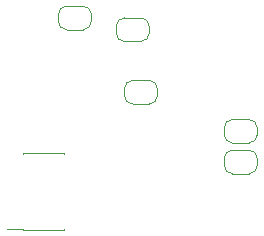
<source format=gbr>
G04 #@! TF.GenerationSoftware,KiCad,Pcbnew,5.1.3-ffb9f22~84~ubuntu19.04.1*
G04 #@! TF.CreationDate,2019-08-01T13:20:31-05:00*
G04 #@! TF.ProjectId,LeashPCB,4c656173-6850-4434-922e-6b696361645f,rev?*
G04 #@! TF.SameCoordinates,Original*
G04 #@! TF.FileFunction,Legend,Bot*
G04 #@! TF.FilePolarity,Positive*
%FSLAX46Y46*%
G04 Gerber Fmt 4.6, Leading zero omitted, Abs format (unit mm)*
G04 Created by KiCad (PCBNEW 5.1.3-ffb9f22~84~ubuntu19.04.1) date 2019-08-01 13:20:31*
%MOMM*%
%LPD*%
G04 APERTURE LIST*
%ADD10C,0.120000*%
G04 APERTURE END LIST*
D10*
X135715000Y-69830000D02*
X135715000Y-69765000D01*
X132185000Y-69830000D02*
X132185000Y-69765000D01*
X135715000Y-76235000D02*
X135715000Y-76170000D01*
X132185000Y-76235000D02*
X132185000Y-76170000D01*
X130860000Y-76170000D02*
X132185000Y-76170000D01*
X132185000Y-69765000D02*
X135715000Y-69765000D01*
X132185000Y-76235000D02*
X135715000Y-76235000D01*
X151350000Y-69500000D02*
X149950000Y-69500000D01*
X149250000Y-70200000D02*
X149250000Y-70800000D01*
X149950000Y-71500000D02*
X151350000Y-71500000D01*
X152050000Y-70800000D02*
X152050000Y-70200000D01*
X152050000Y-70200000D02*
G75*
G03X151350000Y-69500000I-700000J0D01*
G01*
X151350000Y-71500000D02*
G75*
G03X152050000Y-70800000I0J700000D01*
G01*
X149250000Y-70800000D02*
G75*
G03X149950000Y-71500000I700000J0D01*
G01*
X149950000Y-69500000D02*
G75*
G03X149250000Y-70200000I0J-700000D01*
G01*
X151350000Y-66900000D02*
X149950000Y-66900000D01*
X149250000Y-67600000D02*
X149250000Y-68200000D01*
X149950000Y-68900000D02*
X151350000Y-68900000D01*
X152050000Y-68200000D02*
X152050000Y-67600000D01*
X152050000Y-67600000D02*
G75*
G03X151350000Y-66900000I-700000J0D01*
G01*
X151350000Y-68900000D02*
G75*
G03X152050000Y-68200000I0J700000D01*
G01*
X149250000Y-68200000D02*
G75*
G03X149950000Y-68900000I700000J0D01*
G01*
X149950000Y-66900000D02*
G75*
G03X149250000Y-67600000I0J-700000D01*
G01*
X135900000Y-59300000D02*
X137300000Y-59300000D01*
X138000000Y-58600000D02*
X138000000Y-58000000D01*
X137300000Y-57300000D02*
X135900000Y-57300000D01*
X135200000Y-58000000D02*
X135200000Y-58600000D01*
X135200000Y-58600000D02*
G75*
G03X135900000Y-59300000I700000J0D01*
G01*
X135900000Y-57300000D02*
G75*
G03X135200000Y-58000000I0J-700000D01*
G01*
X138000000Y-58000000D02*
G75*
G03X137300000Y-57300000I-700000J0D01*
G01*
X137300000Y-59300000D02*
G75*
G03X138000000Y-58600000I0J700000D01*
G01*
X142900000Y-63600000D02*
X141500000Y-63600000D01*
X140800000Y-64300000D02*
X140800000Y-64900000D01*
X141500000Y-65600000D02*
X142900000Y-65600000D01*
X143600000Y-64900000D02*
X143600000Y-64300000D01*
X143600000Y-64300000D02*
G75*
G03X142900000Y-63600000I-700000J0D01*
G01*
X142900000Y-65600000D02*
G75*
G03X143600000Y-64900000I0J700000D01*
G01*
X140800000Y-64900000D02*
G75*
G03X141500000Y-65600000I700000J0D01*
G01*
X141500000Y-63600000D02*
G75*
G03X140800000Y-64300000I0J-700000D01*
G01*
X142200000Y-58300000D02*
X140800000Y-58300000D01*
X140100000Y-59000000D02*
X140100000Y-59600000D01*
X140800000Y-60300000D02*
X142200000Y-60300000D01*
X142900000Y-59600000D02*
X142900000Y-59000000D01*
X142900000Y-59000000D02*
G75*
G03X142200000Y-58300000I-700000J0D01*
G01*
X142200000Y-60300000D02*
G75*
G03X142900000Y-59600000I0J700000D01*
G01*
X140100000Y-59600000D02*
G75*
G03X140800000Y-60300000I700000J0D01*
G01*
X140800000Y-58300000D02*
G75*
G03X140100000Y-59000000I0J-700000D01*
G01*
M02*

</source>
